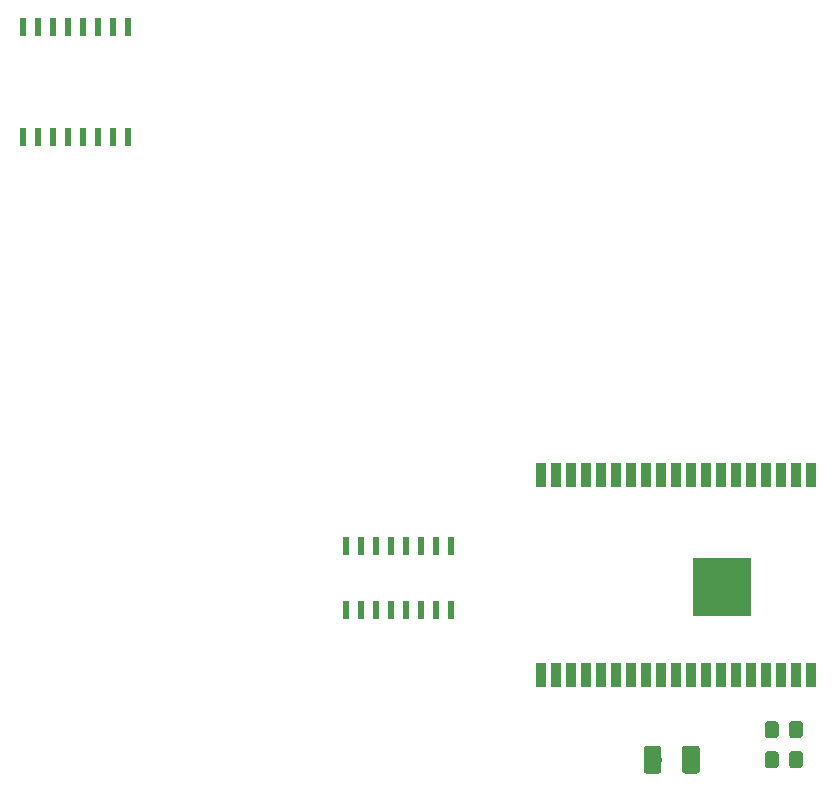
<source format=gbr>
G04 #@! TF.GenerationSoftware,KiCad,Pcbnew,(5.0.0)*
G04 #@! TF.CreationDate,2018-09-10T10:35:59+01:00*
G04 #@! TF.ProjectId,AquaHub,417175614875622E6B696361645F7063,rev?*
G04 #@! TF.SameCoordinates,Original*
G04 #@! TF.FileFunction,Paste,Bot*
G04 #@! TF.FilePolarity,Positive*
%FSLAX46Y46*%
G04 Gerber Fmt 4.6, Leading zero omitted, Abs format (unit mm)*
G04 Created by KiCad (PCBNEW (5.0.0)) date 09/10/18 10:35:59*
%MOMM*%
%LPD*%
G01*
G04 APERTURE LIST*
%ADD10R,0.600000X1.500000*%
%ADD11C,0.100000*%
%ADD12C,1.150000*%
%ADD13C,1.500000*%
%ADD14R,5.000000X5.000000*%
%ADD15R,0.900000X2.000000*%
G04 APERTURE END LIST*
D10*
G04 #@! TO.C,U6*
X142875000Y-54610000D03*
X141605000Y-54610000D03*
X140335000Y-54610000D03*
X139065000Y-54610000D03*
X137795000Y-54610000D03*
X136525000Y-54610000D03*
X135255000Y-54610000D03*
X133985000Y-54610000D03*
X133985000Y-45310000D03*
X135255000Y-45310000D03*
X136525000Y-45310000D03*
X137795000Y-45310000D03*
X139065000Y-45310000D03*
X140335000Y-45310000D03*
X141605000Y-45310000D03*
X142875000Y-45310000D03*
G04 #@! TD*
G04 #@! TO.C,U4*
X170180000Y-89215000D03*
X168910000Y-89215000D03*
X167640000Y-89215000D03*
X166370000Y-89215000D03*
X165100000Y-89215000D03*
X163830000Y-89215000D03*
X162560000Y-89215000D03*
X161290000Y-89215000D03*
X161290000Y-94615000D03*
X162560000Y-94615000D03*
X163830000Y-94615000D03*
X165100000Y-94615000D03*
X166370000Y-94615000D03*
X167640000Y-94615000D03*
X168910000Y-94615000D03*
X170180000Y-94615000D03*
G04 #@! TD*
D11*
G04 #@! TO.C,C3*
G36*
X199739505Y-106616204D02*
X199763773Y-106619804D01*
X199787572Y-106625765D01*
X199810671Y-106634030D01*
X199832850Y-106644520D01*
X199853893Y-106657132D01*
X199873599Y-106671747D01*
X199891777Y-106688223D01*
X199908253Y-106706401D01*
X199922868Y-106726107D01*
X199935480Y-106747150D01*
X199945970Y-106769329D01*
X199954235Y-106792428D01*
X199960196Y-106816227D01*
X199963796Y-106840495D01*
X199965000Y-106864999D01*
X199965000Y-107765001D01*
X199963796Y-107789505D01*
X199960196Y-107813773D01*
X199954235Y-107837572D01*
X199945970Y-107860671D01*
X199935480Y-107882850D01*
X199922868Y-107903893D01*
X199908253Y-107923599D01*
X199891777Y-107941777D01*
X199873599Y-107958253D01*
X199853893Y-107972868D01*
X199832850Y-107985480D01*
X199810671Y-107995970D01*
X199787572Y-108004235D01*
X199763773Y-108010196D01*
X199739505Y-108013796D01*
X199715001Y-108015000D01*
X199064999Y-108015000D01*
X199040495Y-108013796D01*
X199016227Y-108010196D01*
X198992428Y-108004235D01*
X198969329Y-107995970D01*
X198947150Y-107985480D01*
X198926107Y-107972868D01*
X198906401Y-107958253D01*
X198888223Y-107941777D01*
X198871747Y-107923599D01*
X198857132Y-107903893D01*
X198844520Y-107882850D01*
X198834030Y-107860671D01*
X198825765Y-107837572D01*
X198819804Y-107813773D01*
X198816204Y-107789505D01*
X198815000Y-107765001D01*
X198815000Y-106864999D01*
X198816204Y-106840495D01*
X198819804Y-106816227D01*
X198825765Y-106792428D01*
X198834030Y-106769329D01*
X198844520Y-106747150D01*
X198857132Y-106726107D01*
X198871747Y-106706401D01*
X198888223Y-106688223D01*
X198906401Y-106671747D01*
X198926107Y-106657132D01*
X198947150Y-106644520D01*
X198969329Y-106634030D01*
X198992428Y-106625765D01*
X199016227Y-106619804D01*
X199040495Y-106616204D01*
X199064999Y-106615000D01*
X199715001Y-106615000D01*
X199739505Y-106616204D01*
X199739505Y-106616204D01*
G37*
D12*
X199390000Y-107315000D03*
D11*
G36*
X197689505Y-106616204D02*
X197713773Y-106619804D01*
X197737572Y-106625765D01*
X197760671Y-106634030D01*
X197782850Y-106644520D01*
X197803893Y-106657132D01*
X197823599Y-106671747D01*
X197841777Y-106688223D01*
X197858253Y-106706401D01*
X197872868Y-106726107D01*
X197885480Y-106747150D01*
X197895970Y-106769329D01*
X197904235Y-106792428D01*
X197910196Y-106816227D01*
X197913796Y-106840495D01*
X197915000Y-106864999D01*
X197915000Y-107765001D01*
X197913796Y-107789505D01*
X197910196Y-107813773D01*
X197904235Y-107837572D01*
X197895970Y-107860671D01*
X197885480Y-107882850D01*
X197872868Y-107903893D01*
X197858253Y-107923599D01*
X197841777Y-107941777D01*
X197823599Y-107958253D01*
X197803893Y-107972868D01*
X197782850Y-107985480D01*
X197760671Y-107995970D01*
X197737572Y-108004235D01*
X197713773Y-108010196D01*
X197689505Y-108013796D01*
X197665001Y-108015000D01*
X197014999Y-108015000D01*
X196990495Y-108013796D01*
X196966227Y-108010196D01*
X196942428Y-108004235D01*
X196919329Y-107995970D01*
X196897150Y-107985480D01*
X196876107Y-107972868D01*
X196856401Y-107958253D01*
X196838223Y-107941777D01*
X196821747Y-107923599D01*
X196807132Y-107903893D01*
X196794520Y-107882850D01*
X196784030Y-107860671D01*
X196775765Y-107837572D01*
X196769804Y-107813773D01*
X196766204Y-107789505D01*
X196765000Y-107765001D01*
X196765000Y-106864999D01*
X196766204Y-106840495D01*
X196769804Y-106816227D01*
X196775765Y-106792428D01*
X196784030Y-106769329D01*
X196794520Y-106747150D01*
X196807132Y-106726107D01*
X196821747Y-106706401D01*
X196838223Y-106688223D01*
X196856401Y-106671747D01*
X196876107Y-106657132D01*
X196897150Y-106644520D01*
X196919329Y-106634030D01*
X196942428Y-106625765D01*
X196966227Y-106619804D01*
X196990495Y-106616204D01*
X197014999Y-106615000D01*
X197665001Y-106615000D01*
X197689505Y-106616204D01*
X197689505Y-106616204D01*
G37*
D12*
X197340000Y-107315000D03*
G04 #@! TD*
D11*
G04 #@! TO.C,R4*
G36*
X199739505Y-104076204D02*
X199763773Y-104079804D01*
X199787572Y-104085765D01*
X199810671Y-104094030D01*
X199832850Y-104104520D01*
X199853893Y-104117132D01*
X199873599Y-104131747D01*
X199891777Y-104148223D01*
X199908253Y-104166401D01*
X199922868Y-104186107D01*
X199935480Y-104207150D01*
X199945970Y-104229329D01*
X199954235Y-104252428D01*
X199960196Y-104276227D01*
X199963796Y-104300495D01*
X199965000Y-104324999D01*
X199965000Y-105225001D01*
X199963796Y-105249505D01*
X199960196Y-105273773D01*
X199954235Y-105297572D01*
X199945970Y-105320671D01*
X199935480Y-105342850D01*
X199922868Y-105363893D01*
X199908253Y-105383599D01*
X199891777Y-105401777D01*
X199873599Y-105418253D01*
X199853893Y-105432868D01*
X199832850Y-105445480D01*
X199810671Y-105455970D01*
X199787572Y-105464235D01*
X199763773Y-105470196D01*
X199739505Y-105473796D01*
X199715001Y-105475000D01*
X199064999Y-105475000D01*
X199040495Y-105473796D01*
X199016227Y-105470196D01*
X198992428Y-105464235D01*
X198969329Y-105455970D01*
X198947150Y-105445480D01*
X198926107Y-105432868D01*
X198906401Y-105418253D01*
X198888223Y-105401777D01*
X198871747Y-105383599D01*
X198857132Y-105363893D01*
X198844520Y-105342850D01*
X198834030Y-105320671D01*
X198825765Y-105297572D01*
X198819804Y-105273773D01*
X198816204Y-105249505D01*
X198815000Y-105225001D01*
X198815000Y-104324999D01*
X198816204Y-104300495D01*
X198819804Y-104276227D01*
X198825765Y-104252428D01*
X198834030Y-104229329D01*
X198844520Y-104207150D01*
X198857132Y-104186107D01*
X198871747Y-104166401D01*
X198888223Y-104148223D01*
X198906401Y-104131747D01*
X198926107Y-104117132D01*
X198947150Y-104104520D01*
X198969329Y-104094030D01*
X198992428Y-104085765D01*
X199016227Y-104079804D01*
X199040495Y-104076204D01*
X199064999Y-104075000D01*
X199715001Y-104075000D01*
X199739505Y-104076204D01*
X199739505Y-104076204D01*
G37*
D12*
X199390000Y-104775000D03*
D11*
G36*
X197689505Y-104076204D02*
X197713773Y-104079804D01*
X197737572Y-104085765D01*
X197760671Y-104094030D01*
X197782850Y-104104520D01*
X197803893Y-104117132D01*
X197823599Y-104131747D01*
X197841777Y-104148223D01*
X197858253Y-104166401D01*
X197872868Y-104186107D01*
X197885480Y-104207150D01*
X197895970Y-104229329D01*
X197904235Y-104252428D01*
X197910196Y-104276227D01*
X197913796Y-104300495D01*
X197915000Y-104324999D01*
X197915000Y-105225001D01*
X197913796Y-105249505D01*
X197910196Y-105273773D01*
X197904235Y-105297572D01*
X197895970Y-105320671D01*
X197885480Y-105342850D01*
X197872868Y-105363893D01*
X197858253Y-105383599D01*
X197841777Y-105401777D01*
X197823599Y-105418253D01*
X197803893Y-105432868D01*
X197782850Y-105445480D01*
X197760671Y-105455970D01*
X197737572Y-105464235D01*
X197713773Y-105470196D01*
X197689505Y-105473796D01*
X197665001Y-105475000D01*
X197014999Y-105475000D01*
X196990495Y-105473796D01*
X196966227Y-105470196D01*
X196942428Y-105464235D01*
X196919329Y-105455970D01*
X196897150Y-105445480D01*
X196876107Y-105432868D01*
X196856401Y-105418253D01*
X196838223Y-105401777D01*
X196821747Y-105383599D01*
X196807132Y-105363893D01*
X196794520Y-105342850D01*
X196784030Y-105320671D01*
X196775765Y-105297572D01*
X196769804Y-105273773D01*
X196766204Y-105249505D01*
X196765000Y-105225001D01*
X196765000Y-104324999D01*
X196766204Y-104300495D01*
X196769804Y-104276227D01*
X196775765Y-104252428D01*
X196784030Y-104229329D01*
X196794520Y-104207150D01*
X196807132Y-104186107D01*
X196821747Y-104166401D01*
X196838223Y-104148223D01*
X196856401Y-104131747D01*
X196876107Y-104117132D01*
X196897150Y-104104520D01*
X196919329Y-104094030D01*
X196942428Y-104085765D01*
X196966227Y-104079804D01*
X196990495Y-104076204D01*
X197014999Y-104075000D01*
X197665001Y-104075000D01*
X197689505Y-104076204D01*
X197689505Y-104076204D01*
G37*
D12*
X197340000Y-104775000D03*
G04 #@! TD*
D11*
G04 #@! TO.C,C4*
G36*
X187774504Y-106141204D02*
X187798773Y-106144804D01*
X187822571Y-106150765D01*
X187845671Y-106159030D01*
X187867849Y-106169520D01*
X187888893Y-106182133D01*
X187908598Y-106196747D01*
X187926777Y-106213223D01*
X187943253Y-106231402D01*
X187957867Y-106251107D01*
X187970480Y-106272151D01*
X187980970Y-106294329D01*
X187989235Y-106317429D01*
X187995196Y-106341227D01*
X187998796Y-106365496D01*
X188000000Y-106390000D01*
X188000000Y-108240000D01*
X187998796Y-108264504D01*
X187995196Y-108288773D01*
X187989235Y-108312571D01*
X187980970Y-108335671D01*
X187970480Y-108357849D01*
X187957867Y-108378893D01*
X187943253Y-108398598D01*
X187926777Y-108416777D01*
X187908598Y-108433253D01*
X187888893Y-108447867D01*
X187867849Y-108460480D01*
X187845671Y-108470970D01*
X187822571Y-108479235D01*
X187798773Y-108485196D01*
X187774504Y-108488796D01*
X187750000Y-108490000D01*
X186750000Y-108490000D01*
X186725496Y-108488796D01*
X186701227Y-108485196D01*
X186677429Y-108479235D01*
X186654329Y-108470970D01*
X186632151Y-108460480D01*
X186611107Y-108447867D01*
X186591402Y-108433253D01*
X186573223Y-108416777D01*
X186556747Y-108398598D01*
X186542133Y-108378893D01*
X186529520Y-108357849D01*
X186519030Y-108335671D01*
X186510765Y-108312571D01*
X186504804Y-108288773D01*
X186501204Y-108264504D01*
X186500000Y-108240000D01*
X186500000Y-106390000D01*
X186501204Y-106365496D01*
X186504804Y-106341227D01*
X186510765Y-106317429D01*
X186519030Y-106294329D01*
X186529520Y-106272151D01*
X186542133Y-106251107D01*
X186556747Y-106231402D01*
X186573223Y-106213223D01*
X186591402Y-106196747D01*
X186611107Y-106182133D01*
X186632151Y-106169520D01*
X186654329Y-106159030D01*
X186677429Y-106150765D01*
X186701227Y-106144804D01*
X186725496Y-106141204D01*
X186750000Y-106140000D01*
X187750000Y-106140000D01*
X187774504Y-106141204D01*
X187774504Y-106141204D01*
G37*
D13*
X187250000Y-107315000D03*
D11*
G36*
X191024504Y-106141204D02*
X191048773Y-106144804D01*
X191072571Y-106150765D01*
X191095671Y-106159030D01*
X191117849Y-106169520D01*
X191138893Y-106182133D01*
X191158598Y-106196747D01*
X191176777Y-106213223D01*
X191193253Y-106231402D01*
X191207867Y-106251107D01*
X191220480Y-106272151D01*
X191230970Y-106294329D01*
X191239235Y-106317429D01*
X191245196Y-106341227D01*
X191248796Y-106365496D01*
X191250000Y-106390000D01*
X191250000Y-108240000D01*
X191248796Y-108264504D01*
X191245196Y-108288773D01*
X191239235Y-108312571D01*
X191230970Y-108335671D01*
X191220480Y-108357849D01*
X191207867Y-108378893D01*
X191193253Y-108398598D01*
X191176777Y-108416777D01*
X191158598Y-108433253D01*
X191138893Y-108447867D01*
X191117849Y-108460480D01*
X191095671Y-108470970D01*
X191072571Y-108479235D01*
X191048773Y-108485196D01*
X191024504Y-108488796D01*
X191000000Y-108490000D01*
X190000000Y-108490000D01*
X189975496Y-108488796D01*
X189951227Y-108485196D01*
X189927429Y-108479235D01*
X189904329Y-108470970D01*
X189882151Y-108460480D01*
X189861107Y-108447867D01*
X189841402Y-108433253D01*
X189823223Y-108416777D01*
X189806747Y-108398598D01*
X189792133Y-108378893D01*
X189779520Y-108357849D01*
X189769030Y-108335671D01*
X189760765Y-108312571D01*
X189754804Y-108288773D01*
X189751204Y-108264504D01*
X189750000Y-108240000D01*
X189750000Y-106390000D01*
X189751204Y-106365496D01*
X189754804Y-106341227D01*
X189760765Y-106317429D01*
X189769030Y-106294329D01*
X189779520Y-106272151D01*
X189792133Y-106251107D01*
X189806747Y-106231402D01*
X189823223Y-106213223D01*
X189841402Y-106196747D01*
X189861107Y-106182133D01*
X189882151Y-106169520D01*
X189904329Y-106159030D01*
X189927429Y-106150765D01*
X189951227Y-106144804D01*
X189975496Y-106141204D01*
X190000000Y-106140000D01*
X191000000Y-106140000D01*
X191024504Y-106141204D01*
X191024504Y-106141204D01*
G37*
D13*
X190500000Y-107315000D03*
G04 #@! TD*
D14*
G04 #@! TO.C,U1*
X193160000Y-92685000D03*
D15*
X200660000Y-83185000D03*
X199390000Y-83185000D03*
X198120000Y-83185000D03*
X196850000Y-83185000D03*
X195580000Y-83185000D03*
X194310000Y-83185000D03*
X193040000Y-83185000D03*
X191770000Y-83185000D03*
X190500000Y-83185000D03*
X189230000Y-83185000D03*
X187960000Y-83185000D03*
X186690000Y-83185000D03*
X185420000Y-83185000D03*
X184150000Y-83185000D03*
X182880000Y-83185000D03*
X181610000Y-83185000D03*
X180340000Y-83185000D03*
X177800000Y-83185000D03*
X179070000Y-83185000D03*
X177800000Y-100185000D03*
X179070000Y-100185000D03*
X180340000Y-100185000D03*
X181610000Y-100185000D03*
X182880000Y-100185000D03*
X184150000Y-100185000D03*
X185420000Y-100185000D03*
X186690000Y-100185000D03*
X187960000Y-100185000D03*
X189230000Y-100185000D03*
X190500000Y-100185000D03*
X191770000Y-100185000D03*
X193040000Y-100185000D03*
X194310000Y-100185000D03*
X195580000Y-100185000D03*
X196850000Y-100185000D03*
X198120000Y-100185000D03*
X199390000Y-100185000D03*
X200660000Y-100185000D03*
G04 #@! TD*
M02*

</source>
